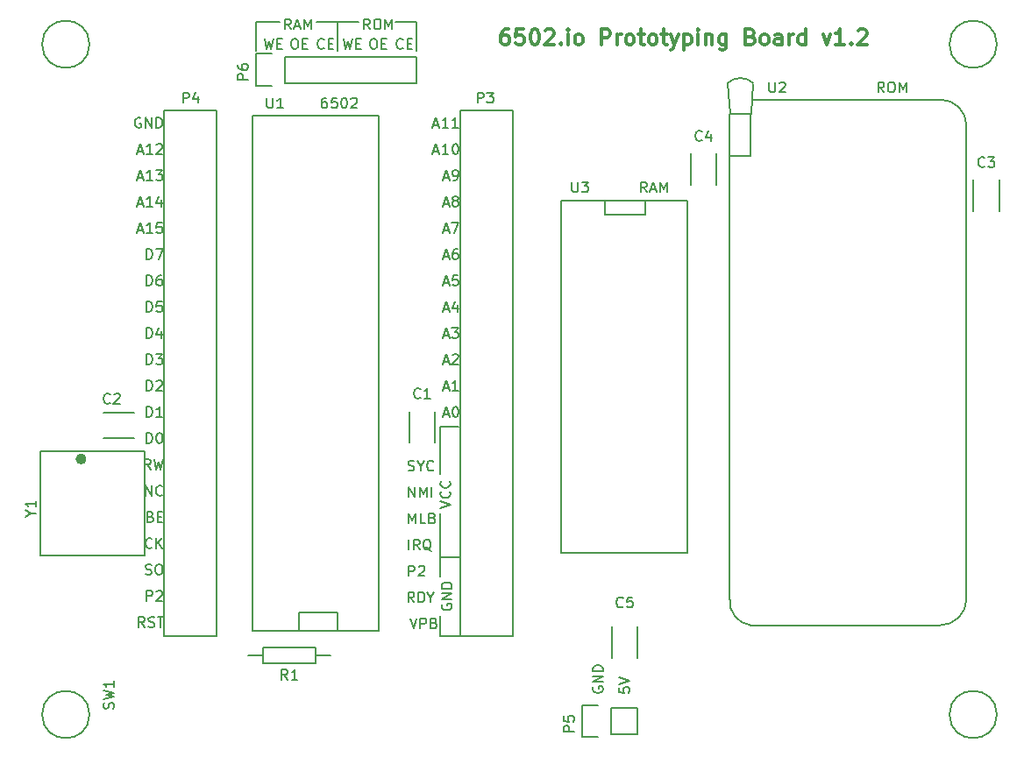
<source format=gto>
G04 #@! TF.FileFunction,Legend,Top*
%FSLAX46Y46*%
G04 Gerber Fmt 4.6, Leading zero omitted, Abs format (unit mm)*
G04 Created by KiCad (PCBNEW (2015-08-16 BZR 6097, Git b384c94)-product) date 11/3/2015 8:57:16 PM*
%MOMM*%
G01*
G04 APERTURE LIST*
%ADD10C,0.100000*%
%ADD11C,0.300000*%
%ADD12C,0.200000*%
%ADD13C,0.150000*%
G04 APERTURE END LIST*
D10*
D11*
X118290715Y-86808571D02*
X118005001Y-86808571D01*
X117862144Y-86880000D01*
X117790715Y-86951429D01*
X117647858Y-87165714D01*
X117576429Y-87451429D01*
X117576429Y-88022857D01*
X117647858Y-88165714D01*
X117719286Y-88237143D01*
X117862144Y-88308571D01*
X118147858Y-88308571D01*
X118290715Y-88237143D01*
X118362144Y-88165714D01*
X118433572Y-88022857D01*
X118433572Y-87665714D01*
X118362144Y-87522857D01*
X118290715Y-87451429D01*
X118147858Y-87380000D01*
X117862144Y-87380000D01*
X117719286Y-87451429D01*
X117647858Y-87522857D01*
X117576429Y-87665714D01*
X119790715Y-86808571D02*
X119076429Y-86808571D01*
X119005000Y-87522857D01*
X119076429Y-87451429D01*
X119219286Y-87380000D01*
X119576429Y-87380000D01*
X119719286Y-87451429D01*
X119790715Y-87522857D01*
X119862143Y-87665714D01*
X119862143Y-88022857D01*
X119790715Y-88165714D01*
X119719286Y-88237143D01*
X119576429Y-88308571D01*
X119219286Y-88308571D01*
X119076429Y-88237143D01*
X119005000Y-88165714D01*
X120790714Y-86808571D02*
X120933571Y-86808571D01*
X121076428Y-86880000D01*
X121147857Y-86951429D01*
X121219286Y-87094286D01*
X121290714Y-87380000D01*
X121290714Y-87737143D01*
X121219286Y-88022857D01*
X121147857Y-88165714D01*
X121076428Y-88237143D01*
X120933571Y-88308571D01*
X120790714Y-88308571D01*
X120647857Y-88237143D01*
X120576428Y-88165714D01*
X120505000Y-88022857D01*
X120433571Y-87737143D01*
X120433571Y-87380000D01*
X120505000Y-87094286D01*
X120576428Y-86951429D01*
X120647857Y-86880000D01*
X120790714Y-86808571D01*
X121862142Y-86951429D02*
X121933571Y-86880000D01*
X122076428Y-86808571D01*
X122433571Y-86808571D01*
X122576428Y-86880000D01*
X122647857Y-86951429D01*
X122719285Y-87094286D01*
X122719285Y-87237143D01*
X122647857Y-87451429D01*
X121790714Y-88308571D01*
X122719285Y-88308571D01*
X123362142Y-88165714D02*
X123433570Y-88237143D01*
X123362142Y-88308571D01*
X123290713Y-88237143D01*
X123362142Y-88165714D01*
X123362142Y-88308571D01*
X124076428Y-88308571D02*
X124076428Y-87308571D01*
X124076428Y-86808571D02*
X124004999Y-86880000D01*
X124076428Y-86951429D01*
X124147856Y-86880000D01*
X124076428Y-86808571D01*
X124076428Y-86951429D01*
X125005000Y-88308571D02*
X124862142Y-88237143D01*
X124790714Y-88165714D01*
X124719285Y-88022857D01*
X124719285Y-87594286D01*
X124790714Y-87451429D01*
X124862142Y-87380000D01*
X125005000Y-87308571D01*
X125219285Y-87308571D01*
X125362142Y-87380000D01*
X125433571Y-87451429D01*
X125505000Y-87594286D01*
X125505000Y-88022857D01*
X125433571Y-88165714D01*
X125362142Y-88237143D01*
X125219285Y-88308571D01*
X125005000Y-88308571D01*
X127290714Y-88308571D02*
X127290714Y-86808571D01*
X127862142Y-86808571D01*
X128005000Y-86880000D01*
X128076428Y-86951429D01*
X128147857Y-87094286D01*
X128147857Y-87308571D01*
X128076428Y-87451429D01*
X128005000Y-87522857D01*
X127862142Y-87594286D01*
X127290714Y-87594286D01*
X128790714Y-88308571D02*
X128790714Y-87308571D01*
X128790714Y-87594286D02*
X128862142Y-87451429D01*
X128933571Y-87380000D01*
X129076428Y-87308571D01*
X129219285Y-87308571D01*
X129933571Y-88308571D02*
X129790713Y-88237143D01*
X129719285Y-88165714D01*
X129647856Y-88022857D01*
X129647856Y-87594286D01*
X129719285Y-87451429D01*
X129790713Y-87380000D01*
X129933571Y-87308571D01*
X130147856Y-87308571D01*
X130290713Y-87380000D01*
X130362142Y-87451429D01*
X130433571Y-87594286D01*
X130433571Y-88022857D01*
X130362142Y-88165714D01*
X130290713Y-88237143D01*
X130147856Y-88308571D01*
X129933571Y-88308571D01*
X130862142Y-87308571D02*
X131433571Y-87308571D01*
X131076428Y-86808571D02*
X131076428Y-88094286D01*
X131147856Y-88237143D01*
X131290714Y-88308571D01*
X131433571Y-88308571D01*
X132147857Y-88308571D02*
X132004999Y-88237143D01*
X131933571Y-88165714D01*
X131862142Y-88022857D01*
X131862142Y-87594286D01*
X131933571Y-87451429D01*
X132004999Y-87380000D01*
X132147857Y-87308571D01*
X132362142Y-87308571D01*
X132504999Y-87380000D01*
X132576428Y-87451429D01*
X132647857Y-87594286D01*
X132647857Y-88022857D01*
X132576428Y-88165714D01*
X132504999Y-88237143D01*
X132362142Y-88308571D01*
X132147857Y-88308571D01*
X133076428Y-87308571D02*
X133647857Y-87308571D01*
X133290714Y-86808571D02*
X133290714Y-88094286D01*
X133362142Y-88237143D01*
X133505000Y-88308571D01*
X133647857Y-88308571D01*
X134005000Y-87308571D02*
X134362143Y-88308571D01*
X134719285Y-87308571D02*
X134362143Y-88308571D01*
X134219285Y-88665714D01*
X134147857Y-88737143D01*
X134005000Y-88808571D01*
X135290714Y-87308571D02*
X135290714Y-88808571D01*
X135290714Y-87380000D02*
X135433571Y-87308571D01*
X135719285Y-87308571D01*
X135862142Y-87380000D01*
X135933571Y-87451429D01*
X136005000Y-87594286D01*
X136005000Y-88022857D01*
X135933571Y-88165714D01*
X135862142Y-88237143D01*
X135719285Y-88308571D01*
X135433571Y-88308571D01*
X135290714Y-88237143D01*
X136647857Y-88308571D02*
X136647857Y-87308571D01*
X136647857Y-86808571D02*
X136576428Y-86880000D01*
X136647857Y-86951429D01*
X136719285Y-86880000D01*
X136647857Y-86808571D01*
X136647857Y-86951429D01*
X137362143Y-87308571D02*
X137362143Y-88308571D01*
X137362143Y-87451429D02*
X137433571Y-87380000D01*
X137576429Y-87308571D01*
X137790714Y-87308571D01*
X137933571Y-87380000D01*
X138005000Y-87522857D01*
X138005000Y-88308571D01*
X139362143Y-87308571D02*
X139362143Y-88522857D01*
X139290714Y-88665714D01*
X139219286Y-88737143D01*
X139076429Y-88808571D01*
X138862143Y-88808571D01*
X138719286Y-88737143D01*
X139362143Y-88237143D02*
X139219286Y-88308571D01*
X138933572Y-88308571D01*
X138790714Y-88237143D01*
X138719286Y-88165714D01*
X138647857Y-88022857D01*
X138647857Y-87594286D01*
X138719286Y-87451429D01*
X138790714Y-87380000D01*
X138933572Y-87308571D01*
X139219286Y-87308571D01*
X139362143Y-87380000D01*
X141719286Y-87522857D02*
X141933572Y-87594286D01*
X142005000Y-87665714D01*
X142076429Y-87808571D01*
X142076429Y-88022857D01*
X142005000Y-88165714D01*
X141933572Y-88237143D01*
X141790714Y-88308571D01*
X141219286Y-88308571D01*
X141219286Y-86808571D01*
X141719286Y-86808571D01*
X141862143Y-86880000D01*
X141933572Y-86951429D01*
X142005000Y-87094286D01*
X142005000Y-87237143D01*
X141933572Y-87380000D01*
X141862143Y-87451429D01*
X141719286Y-87522857D01*
X141219286Y-87522857D01*
X142933572Y-88308571D02*
X142790714Y-88237143D01*
X142719286Y-88165714D01*
X142647857Y-88022857D01*
X142647857Y-87594286D01*
X142719286Y-87451429D01*
X142790714Y-87380000D01*
X142933572Y-87308571D01*
X143147857Y-87308571D01*
X143290714Y-87380000D01*
X143362143Y-87451429D01*
X143433572Y-87594286D01*
X143433572Y-88022857D01*
X143362143Y-88165714D01*
X143290714Y-88237143D01*
X143147857Y-88308571D01*
X142933572Y-88308571D01*
X144719286Y-88308571D02*
X144719286Y-87522857D01*
X144647857Y-87380000D01*
X144505000Y-87308571D01*
X144219286Y-87308571D01*
X144076429Y-87380000D01*
X144719286Y-88237143D02*
X144576429Y-88308571D01*
X144219286Y-88308571D01*
X144076429Y-88237143D01*
X144005000Y-88094286D01*
X144005000Y-87951429D01*
X144076429Y-87808571D01*
X144219286Y-87737143D01*
X144576429Y-87737143D01*
X144719286Y-87665714D01*
X145433572Y-88308571D02*
X145433572Y-87308571D01*
X145433572Y-87594286D02*
X145505000Y-87451429D01*
X145576429Y-87380000D01*
X145719286Y-87308571D01*
X145862143Y-87308571D01*
X147005000Y-88308571D02*
X147005000Y-86808571D01*
X147005000Y-88237143D02*
X146862143Y-88308571D01*
X146576429Y-88308571D01*
X146433571Y-88237143D01*
X146362143Y-88165714D01*
X146290714Y-88022857D01*
X146290714Y-87594286D01*
X146362143Y-87451429D01*
X146433571Y-87380000D01*
X146576429Y-87308571D01*
X146862143Y-87308571D01*
X147005000Y-87380000D01*
X148719286Y-87308571D02*
X149076429Y-88308571D01*
X149433571Y-87308571D01*
X150790714Y-88308571D02*
X149933571Y-88308571D01*
X150362143Y-88308571D02*
X150362143Y-86808571D01*
X150219286Y-87022857D01*
X150076428Y-87165714D01*
X149933571Y-87237143D01*
X151433571Y-88165714D02*
X151504999Y-88237143D01*
X151433571Y-88308571D01*
X151362142Y-88237143D01*
X151433571Y-88165714D01*
X151433571Y-88308571D01*
X152076428Y-86951429D02*
X152147857Y-86880000D01*
X152290714Y-86808571D01*
X152647857Y-86808571D01*
X152790714Y-86880000D01*
X152862143Y-86951429D01*
X152933571Y-87094286D01*
X152933571Y-87237143D01*
X152862143Y-87451429D01*
X152005000Y-88308571D01*
X152933571Y-88308571D01*
D12*
X111760000Y-125222000D02*
X113538000Y-125222000D01*
X111760000Y-129794000D02*
X111760000Y-125222000D01*
X111760000Y-137922000D02*
X111760000Y-133604000D01*
X93980000Y-86106000D02*
X96266000Y-86106000D01*
X93980000Y-88900000D02*
X93980000Y-86106000D01*
X101854000Y-86106000D02*
X99822000Y-86106000D01*
X101854000Y-86106000D02*
X103886000Y-86106000D01*
X101854000Y-88900000D02*
X101854000Y-86106000D01*
X109474000Y-86106000D02*
X107442000Y-86106000D01*
X109474000Y-88900000D02*
X109474000Y-86106000D01*
D13*
X104949524Y-86812381D02*
X104616190Y-86336190D01*
X104378095Y-86812381D02*
X104378095Y-85812381D01*
X104759048Y-85812381D01*
X104854286Y-85860000D01*
X104901905Y-85907619D01*
X104949524Y-86002857D01*
X104949524Y-86145714D01*
X104901905Y-86240952D01*
X104854286Y-86288571D01*
X104759048Y-86336190D01*
X104378095Y-86336190D01*
X105568571Y-85812381D02*
X105759048Y-85812381D01*
X105854286Y-85860000D01*
X105949524Y-85955238D01*
X105997143Y-86145714D01*
X105997143Y-86479048D01*
X105949524Y-86669524D01*
X105854286Y-86764762D01*
X105759048Y-86812381D01*
X105568571Y-86812381D01*
X105473333Y-86764762D01*
X105378095Y-86669524D01*
X105330476Y-86479048D01*
X105330476Y-86145714D01*
X105378095Y-85955238D01*
X105473333Y-85860000D01*
X105568571Y-85812381D01*
X106425714Y-86812381D02*
X106425714Y-85812381D01*
X106759048Y-86526667D01*
X107092381Y-85812381D01*
X107092381Y-86812381D01*
X97329524Y-86812381D02*
X96996190Y-86336190D01*
X96758095Y-86812381D02*
X96758095Y-85812381D01*
X97139048Y-85812381D01*
X97234286Y-85860000D01*
X97281905Y-85907619D01*
X97329524Y-86002857D01*
X97329524Y-86145714D01*
X97281905Y-86240952D01*
X97234286Y-86288571D01*
X97139048Y-86336190D01*
X96758095Y-86336190D01*
X97710476Y-86526667D02*
X98186667Y-86526667D01*
X97615238Y-86812381D02*
X97948571Y-85812381D01*
X98281905Y-86812381D01*
X98615238Y-86812381D02*
X98615238Y-85812381D01*
X98948572Y-86526667D01*
X99281905Y-85812381D01*
X99281905Y-86812381D01*
X108124524Y-88622143D02*
X108076905Y-88669762D01*
X107934048Y-88717381D01*
X107838810Y-88717381D01*
X107695952Y-88669762D01*
X107600714Y-88574524D01*
X107553095Y-88479286D01*
X107505476Y-88288810D01*
X107505476Y-88145952D01*
X107553095Y-87955476D01*
X107600714Y-87860238D01*
X107695952Y-87765000D01*
X107838810Y-87717381D01*
X107934048Y-87717381D01*
X108076905Y-87765000D01*
X108124524Y-87812619D01*
X108553095Y-88193571D02*
X108886429Y-88193571D01*
X109029286Y-88717381D02*
X108553095Y-88717381D01*
X108553095Y-87717381D01*
X109029286Y-87717381D01*
X105203571Y-87717381D02*
X105394048Y-87717381D01*
X105489286Y-87765000D01*
X105584524Y-87860238D01*
X105632143Y-88050714D01*
X105632143Y-88384048D01*
X105584524Y-88574524D01*
X105489286Y-88669762D01*
X105394048Y-88717381D01*
X105203571Y-88717381D01*
X105108333Y-88669762D01*
X105013095Y-88574524D01*
X104965476Y-88384048D01*
X104965476Y-88050714D01*
X105013095Y-87860238D01*
X105108333Y-87765000D01*
X105203571Y-87717381D01*
X106060714Y-88193571D02*
X106394048Y-88193571D01*
X106536905Y-88717381D02*
X106060714Y-88717381D01*
X106060714Y-87717381D01*
X106536905Y-87717381D01*
X102377857Y-87717381D02*
X102615952Y-88717381D01*
X102806429Y-88003095D01*
X102996905Y-88717381D01*
X103235000Y-87717381D01*
X103615952Y-88193571D02*
X103949286Y-88193571D01*
X104092143Y-88717381D02*
X103615952Y-88717381D01*
X103615952Y-87717381D01*
X104092143Y-87717381D01*
X100504524Y-88622143D02*
X100456905Y-88669762D01*
X100314048Y-88717381D01*
X100218810Y-88717381D01*
X100075952Y-88669762D01*
X99980714Y-88574524D01*
X99933095Y-88479286D01*
X99885476Y-88288810D01*
X99885476Y-88145952D01*
X99933095Y-87955476D01*
X99980714Y-87860238D01*
X100075952Y-87765000D01*
X100218810Y-87717381D01*
X100314048Y-87717381D01*
X100456905Y-87765000D01*
X100504524Y-87812619D01*
X100933095Y-88193571D02*
X101266429Y-88193571D01*
X101409286Y-88717381D02*
X100933095Y-88717381D01*
X100933095Y-87717381D01*
X101409286Y-87717381D01*
X97583571Y-87717381D02*
X97774048Y-87717381D01*
X97869286Y-87765000D01*
X97964524Y-87860238D01*
X98012143Y-88050714D01*
X98012143Y-88384048D01*
X97964524Y-88574524D01*
X97869286Y-88669762D01*
X97774048Y-88717381D01*
X97583571Y-88717381D01*
X97488333Y-88669762D01*
X97393095Y-88574524D01*
X97345476Y-88384048D01*
X97345476Y-88050714D01*
X97393095Y-87860238D01*
X97488333Y-87765000D01*
X97583571Y-87717381D01*
X98440714Y-88193571D02*
X98774048Y-88193571D01*
X98916905Y-88717381D02*
X98440714Y-88717381D01*
X98440714Y-87717381D01*
X98916905Y-87717381D01*
X94757857Y-87717381D02*
X94995952Y-88717381D01*
X95186429Y-88003095D01*
X95376905Y-88717381D01*
X95615000Y-87717381D01*
X95995952Y-88193571D02*
X96329286Y-88193571D01*
X96472143Y-88717381D02*
X95995952Y-88717381D01*
X95995952Y-87717381D01*
X96472143Y-87717381D01*
D12*
X111760000Y-145415000D02*
X111760000Y-143510000D01*
X113665000Y-145415000D02*
X111760000Y-145415000D01*
X111760000Y-137795000D02*
X111760000Y-139700000D01*
X113665000Y-137795000D02*
X111760000Y-137795000D01*
D13*
X111895000Y-142366904D02*
X111847381Y-142462142D01*
X111847381Y-142604999D01*
X111895000Y-142747857D01*
X111990238Y-142843095D01*
X112085476Y-142890714D01*
X112275952Y-142938333D01*
X112418810Y-142938333D01*
X112609286Y-142890714D01*
X112704524Y-142843095D01*
X112799762Y-142747857D01*
X112847381Y-142604999D01*
X112847381Y-142509761D01*
X112799762Y-142366904D01*
X112752143Y-142319285D01*
X112418810Y-142319285D01*
X112418810Y-142509761D01*
X112847381Y-141890714D02*
X111847381Y-141890714D01*
X112847381Y-141319285D01*
X111847381Y-141319285D01*
X112847381Y-140843095D02*
X111847381Y-140843095D01*
X111847381Y-140605000D01*
X111895000Y-140462142D01*
X111990238Y-140366904D01*
X112085476Y-140319285D01*
X112275952Y-140271666D01*
X112418810Y-140271666D01*
X112609286Y-140319285D01*
X112704524Y-140366904D01*
X112799762Y-140462142D01*
X112847381Y-140605000D01*
X112847381Y-140843095D01*
X111720381Y-133063905D02*
X112720381Y-132730572D01*
X111720381Y-132397238D01*
X112625143Y-131492476D02*
X112672762Y-131540095D01*
X112720381Y-131682952D01*
X112720381Y-131778190D01*
X112672762Y-131921048D01*
X112577524Y-132016286D01*
X112482286Y-132063905D01*
X112291810Y-132111524D01*
X112148952Y-132111524D01*
X111958476Y-132063905D01*
X111863238Y-132016286D01*
X111768000Y-131921048D01*
X111720381Y-131778190D01*
X111720381Y-131682952D01*
X111768000Y-131540095D01*
X111815619Y-131492476D01*
X112625143Y-130492476D02*
X112672762Y-130540095D01*
X112720381Y-130682952D01*
X112720381Y-130778190D01*
X112672762Y-130921048D01*
X112577524Y-131016286D01*
X112482286Y-131063905D01*
X112291810Y-131111524D01*
X112148952Y-131111524D01*
X111958476Y-131063905D01*
X111863238Y-131016286D01*
X111768000Y-130921048D01*
X111720381Y-130778190D01*
X111720381Y-130682952D01*
X111768000Y-130540095D01*
X111815619Y-130492476D01*
X108807238Y-143724381D02*
X109140571Y-144724381D01*
X109473905Y-143724381D01*
X109807238Y-144724381D02*
X109807238Y-143724381D01*
X110188191Y-143724381D01*
X110283429Y-143772000D01*
X110331048Y-143819619D01*
X110378667Y-143914857D01*
X110378667Y-144057714D01*
X110331048Y-144152952D01*
X110283429Y-144200571D01*
X110188191Y-144248190D01*
X109807238Y-144248190D01*
X111140572Y-144200571D02*
X111283429Y-144248190D01*
X111331048Y-144295810D01*
X111378667Y-144391048D01*
X111378667Y-144533905D01*
X111331048Y-144629143D01*
X111283429Y-144676762D01*
X111188191Y-144724381D01*
X110807238Y-144724381D01*
X110807238Y-143724381D01*
X111140572Y-143724381D01*
X111235810Y-143772000D01*
X111283429Y-143819619D01*
X111331048Y-143914857D01*
X111331048Y-144010095D01*
X111283429Y-144105333D01*
X111235810Y-144152952D01*
X111140572Y-144200571D01*
X110807238Y-144200571D01*
X109204381Y-142184381D02*
X108871047Y-141708190D01*
X108632952Y-142184381D02*
X108632952Y-141184381D01*
X109013905Y-141184381D01*
X109109143Y-141232000D01*
X109156762Y-141279619D01*
X109204381Y-141374857D01*
X109204381Y-141517714D01*
X109156762Y-141612952D01*
X109109143Y-141660571D01*
X109013905Y-141708190D01*
X108632952Y-141708190D01*
X109632952Y-142184381D02*
X109632952Y-141184381D01*
X109871047Y-141184381D01*
X110013905Y-141232000D01*
X110109143Y-141327238D01*
X110156762Y-141422476D01*
X110204381Y-141612952D01*
X110204381Y-141755810D01*
X110156762Y-141946286D01*
X110109143Y-142041524D01*
X110013905Y-142136762D01*
X109871047Y-142184381D01*
X109632952Y-142184381D01*
X110823428Y-141708190D02*
X110823428Y-142184381D01*
X110490095Y-141184381D02*
X110823428Y-141708190D01*
X111156762Y-141184381D01*
X108696095Y-139644381D02*
X108696095Y-138644381D01*
X109077048Y-138644381D01*
X109172286Y-138692000D01*
X109219905Y-138739619D01*
X109267524Y-138834857D01*
X109267524Y-138977714D01*
X109219905Y-139072952D01*
X109172286Y-139120571D01*
X109077048Y-139168190D01*
X108696095Y-139168190D01*
X109648476Y-138739619D02*
X109696095Y-138692000D01*
X109791333Y-138644381D01*
X110029429Y-138644381D01*
X110124667Y-138692000D01*
X110172286Y-138739619D01*
X110219905Y-138834857D01*
X110219905Y-138930095D01*
X110172286Y-139072952D01*
X109600857Y-139644381D01*
X110219905Y-139644381D01*
X108696095Y-137104381D02*
X108696095Y-136104381D01*
X109743714Y-137104381D02*
X109410380Y-136628190D01*
X109172285Y-137104381D02*
X109172285Y-136104381D01*
X109553238Y-136104381D01*
X109648476Y-136152000D01*
X109696095Y-136199619D01*
X109743714Y-136294857D01*
X109743714Y-136437714D01*
X109696095Y-136532952D01*
X109648476Y-136580571D01*
X109553238Y-136628190D01*
X109172285Y-136628190D01*
X110838952Y-137199619D02*
X110743714Y-137152000D01*
X110648476Y-137056762D01*
X110505619Y-136913905D01*
X110410380Y-136866286D01*
X110315142Y-136866286D01*
X110362761Y-137104381D02*
X110267523Y-137056762D01*
X110172285Y-136961524D01*
X110124666Y-136771048D01*
X110124666Y-136437714D01*
X110172285Y-136247238D01*
X110267523Y-136152000D01*
X110362761Y-136104381D01*
X110553238Y-136104381D01*
X110648476Y-136152000D01*
X110743714Y-136247238D01*
X110791333Y-136437714D01*
X110791333Y-136771048D01*
X110743714Y-136961524D01*
X110648476Y-137056762D01*
X110553238Y-137104381D01*
X110362761Y-137104381D01*
X108696095Y-134564381D02*
X108696095Y-133564381D01*
X109029429Y-134278667D01*
X109362762Y-133564381D01*
X109362762Y-134564381D01*
X110315143Y-134564381D02*
X109838952Y-134564381D01*
X109838952Y-133564381D01*
X110981810Y-134040571D02*
X111124667Y-134088190D01*
X111172286Y-134135810D01*
X111219905Y-134231048D01*
X111219905Y-134373905D01*
X111172286Y-134469143D01*
X111124667Y-134516762D01*
X111029429Y-134564381D01*
X110648476Y-134564381D01*
X110648476Y-133564381D01*
X110981810Y-133564381D01*
X111077048Y-133612000D01*
X111124667Y-133659619D01*
X111172286Y-133754857D01*
X111172286Y-133850095D01*
X111124667Y-133945333D01*
X111077048Y-133992952D01*
X110981810Y-134040571D01*
X110648476Y-134040571D01*
X108696095Y-132024381D02*
X108696095Y-131024381D01*
X109267524Y-132024381D01*
X109267524Y-131024381D01*
X109743714Y-132024381D02*
X109743714Y-131024381D01*
X110077048Y-131738667D01*
X110410381Y-131024381D01*
X110410381Y-132024381D01*
X110886571Y-132024381D02*
X110886571Y-131024381D01*
X108648476Y-129436762D02*
X108791333Y-129484381D01*
X109029429Y-129484381D01*
X109124667Y-129436762D01*
X109172286Y-129389143D01*
X109219905Y-129293905D01*
X109219905Y-129198667D01*
X109172286Y-129103429D01*
X109124667Y-129055810D01*
X109029429Y-129008190D01*
X108838952Y-128960571D01*
X108743714Y-128912952D01*
X108696095Y-128865333D01*
X108648476Y-128770095D01*
X108648476Y-128674857D01*
X108696095Y-128579619D01*
X108743714Y-128532000D01*
X108838952Y-128484381D01*
X109077048Y-128484381D01*
X109219905Y-128532000D01*
X109838952Y-129008190D02*
X109838952Y-129484381D01*
X109505619Y-128484381D02*
X109838952Y-129008190D01*
X110172286Y-128484381D01*
X111077048Y-129389143D02*
X111029429Y-129436762D01*
X110886572Y-129484381D01*
X110791334Y-129484381D01*
X110648476Y-129436762D01*
X110553238Y-129341524D01*
X110505619Y-129246286D01*
X110458000Y-129055810D01*
X110458000Y-128912952D01*
X110505619Y-128722476D01*
X110553238Y-128627238D01*
X110648476Y-128532000D01*
X110791334Y-128484381D01*
X110886572Y-128484381D01*
X111029429Y-128532000D01*
X111077048Y-128579619D01*
X112045952Y-123991667D02*
X112522143Y-123991667D01*
X111950714Y-124277381D02*
X112284047Y-123277381D01*
X112617381Y-124277381D01*
X113141190Y-123277381D02*
X113236429Y-123277381D01*
X113331667Y-123325000D01*
X113379286Y-123372619D01*
X113426905Y-123467857D01*
X113474524Y-123658333D01*
X113474524Y-123896429D01*
X113426905Y-124086905D01*
X113379286Y-124182143D01*
X113331667Y-124229762D01*
X113236429Y-124277381D01*
X113141190Y-124277381D01*
X113045952Y-124229762D01*
X112998333Y-124182143D01*
X112950714Y-124086905D01*
X112903095Y-123896429D01*
X112903095Y-123658333D01*
X112950714Y-123467857D01*
X112998333Y-123372619D01*
X113045952Y-123325000D01*
X113141190Y-123277381D01*
X112045952Y-121451667D02*
X112522143Y-121451667D01*
X111950714Y-121737381D02*
X112284047Y-120737381D01*
X112617381Y-121737381D01*
X113474524Y-121737381D02*
X112903095Y-121737381D01*
X113188809Y-121737381D02*
X113188809Y-120737381D01*
X113093571Y-120880238D01*
X112998333Y-120975476D01*
X112903095Y-121023095D01*
X112045952Y-118911667D02*
X112522143Y-118911667D01*
X111950714Y-119197381D02*
X112284047Y-118197381D01*
X112617381Y-119197381D01*
X112903095Y-118292619D02*
X112950714Y-118245000D01*
X113045952Y-118197381D01*
X113284048Y-118197381D01*
X113379286Y-118245000D01*
X113426905Y-118292619D01*
X113474524Y-118387857D01*
X113474524Y-118483095D01*
X113426905Y-118625952D01*
X112855476Y-119197381D01*
X113474524Y-119197381D01*
X112045952Y-116371667D02*
X112522143Y-116371667D01*
X111950714Y-116657381D02*
X112284047Y-115657381D01*
X112617381Y-116657381D01*
X112855476Y-115657381D02*
X113474524Y-115657381D01*
X113141190Y-116038333D01*
X113284048Y-116038333D01*
X113379286Y-116085952D01*
X113426905Y-116133571D01*
X113474524Y-116228810D01*
X113474524Y-116466905D01*
X113426905Y-116562143D01*
X113379286Y-116609762D01*
X113284048Y-116657381D01*
X112998333Y-116657381D01*
X112903095Y-116609762D01*
X112855476Y-116562143D01*
X112045952Y-113831667D02*
X112522143Y-113831667D01*
X111950714Y-114117381D02*
X112284047Y-113117381D01*
X112617381Y-114117381D01*
X113379286Y-113450714D02*
X113379286Y-114117381D01*
X113141190Y-113069762D02*
X112903095Y-113784048D01*
X113522143Y-113784048D01*
X112045952Y-111291667D02*
X112522143Y-111291667D01*
X111950714Y-111577381D02*
X112284047Y-110577381D01*
X112617381Y-111577381D01*
X113426905Y-110577381D02*
X112950714Y-110577381D01*
X112903095Y-111053571D01*
X112950714Y-111005952D01*
X113045952Y-110958333D01*
X113284048Y-110958333D01*
X113379286Y-111005952D01*
X113426905Y-111053571D01*
X113474524Y-111148810D01*
X113474524Y-111386905D01*
X113426905Y-111482143D01*
X113379286Y-111529762D01*
X113284048Y-111577381D01*
X113045952Y-111577381D01*
X112950714Y-111529762D01*
X112903095Y-111482143D01*
X112045952Y-108751667D02*
X112522143Y-108751667D01*
X111950714Y-109037381D02*
X112284047Y-108037381D01*
X112617381Y-109037381D01*
X113379286Y-108037381D02*
X113188809Y-108037381D01*
X113093571Y-108085000D01*
X113045952Y-108132619D01*
X112950714Y-108275476D01*
X112903095Y-108465952D01*
X112903095Y-108846905D01*
X112950714Y-108942143D01*
X112998333Y-108989762D01*
X113093571Y-109037381D01*
X113284048Y-109037381D01*
X113379286Y-108989762D01*
X113426905Y-108942143D01*
X113474524Y-108846905D01*
X113474524Y-108608810D01*
X113426905Y-108513571D01*
X113379286Y-108465952D01*
X113284048Y-108418333D01*
X113093571Y-108418333D01*
X112998333Y-108465952D01*
X112950714Y-108513571D01*
X112903095Y-108608810D01*
X112045952Y-106211667D02*
X112522143Y-106211667D01*
X111950714Y-106497381D02*
X112284047Y-105497381D01*
X112617381Y-106497381D01*
X112855476Y-105497381D02*
X113522143Y-105497381D01*
X113093571Y-106497381D01*
X112045952Y-103671667D02*
X112522143Y-103671667D01*
X111950714Y-103957381D02*
X112284047Y-102957381D01*
X112617381Y-103957381D01*
X113093571Y-103385952D02*
X112998333Y-103338333D01*
X112950714Y-103290714D01*
X112903095Y-103195476D01*
X112903095Y-103147857D01*
X112950714Y-103052619D01*
X112998333Y-103005000D01*
X113093571Y-102957381D01*
X113284048Y-102957381D01*
X113379286Y-103005000D01*
X113426905Y-103052619D01*
X113474524Y-103147857D01*
X113474524Y-103195476D01*
X113426905Y-103290714D01*
X113379286Y-103338333D01*
X113284048Y-103385952D01*
X113093571Y-103385952D01*
X112998333Y-103433571D01*
X112950714Y-103481190D01*
X112903095Y-103576429D01*
X112903095Y-103766905D01*
X112950714Y-103862143D01*
X112998333Y-103909762D01*
X113093571Y-103957381D01*
X113284048Y-103957381D01*
X113379286Y-103909762D01*
X113426905Y-103862143D01*
X113474524Y-103766905D01*
X113474524Y-103576429D01*
X113426905Y-103481190D01*
X113379286Y-103433571D01*
X113284048Y-103385952D01*
X112045952Y-101131667D02*
X112522143Y-101131667D01*
X111950714Y-101417381D02*
X112284047Y-100417381D01*
X112617381Y-101417381D01*
X112998333Y-101417381D02*
X113188809Y-101417381D01*
X113284048Y-101369762D01*
X113331667Y-101322143D01*
X113426905Y-101179286D01*
X113474524Y-100988810D01*
X113474524Y-100607857D01*
X113426905Y-100512619D01*
X113379286Y-100465000D01*
X113284048Y-100417381D01*
X113093571Y-100417381D01*
X112998333Y-100465000D01*
X112950714Y-100512619D01*
X112903095Y-100607857D01*
X112903095Y-100845952D01*
X112950714Y-100941190D01*
X112998333Y-100988810D01*
X113093571Y-101036429D01*
X113284048Y-101036429D01*
X113379286Y-100988810D01*
X113426905Y-100941190D01*
X113474524Y-100845952D01*
X111093571Y-98591667D02*
X111569762Y-98591667D01*
X110998333Y-98877381D02*
X111331666Y-97877381D01*
X111665000Y-98877381D01*
X112522143Y-98877381D02*
X111950714Y-98877381D01*
X112236428Y-98877381D02*
X112236428Y-97877381D01*
X112141190Y-98020238D01*
X112045952Y-98115476D01*
X111950714Y-98163095D01*
X113141190Y-97877381D02*
X113236429Y-97877381D01*
X113331667Y-97925000D01*
X113379286Y-97972619D01*
X113426905Y-98067857D01*
X113474524Y-98258333D01*
X113474524Y-98496429D01*
X113426905Y-98686905D01*
X113379286Y-98782143D01*
X113331667Y-98829762D01*
X113236429Y-98877381D01*
X113141190Y-98877381D01*
X113045952Y-98829762D01*
X112998333Y-98782143D01*
X112950714Y-98686905D01*
X112903095Y-98496429D01*
X112903095Y-98258333D01*
X112950714Y-98067857D01*
X112998333Y-97972619D01*
X113045952Y-97925000D01*
X113141190Y-97877381D01*
X111093571Y-96051667D02*
X111569762Y-96051667D01*
X110998333Y-96337381D02*
X111331666Y-95337381D01*
X111665000Y-96337381D01*
X112522143Y-96337381D02*
X111950714Y-96337381D01*
X112236428Y-96337381D02*
X112236428Y-95337381D01*
X112141190Y-95480238D01*
X112045952Y-95575476D01*
X111950714Y-95623095D01*
X113474524Y-96337381D02*
X112903095Y-96337381D01*
X113188809Y-96337381D02*
X113188809Y-95337381D01*
X113093571Y-95480238D01*
X112998333Y-95575476D01*
X112903095Y-95623095D01*
X154591048Y-92908381D02*
X154257714Y-92432190D01*
X154019619Y-92908381D02*
X154019619Y-91908381D01*
X154400572Y-91908381D01*
X154495810Y-91956000D01*
X154543429Y-92003619D01*
X154591048Y-92098857D01*
X154591048Y-92241714D01*
X154543429Y-92336952D01*
X154495810Y-92384571D01*
X154400572Y-92432190D01*
X154019619Y-92432190D01*
X155210095Y-91908381D02*
X155400572Y-91908381D01*
X155495810Y-91956000D01*
X155591048Y-92051238D01*
X155638667Y-92241714D01*
X155638667Y-92575048D01*
X155591048Y-92765524D01*
X155495810Y-92860762D01*
X155400572Y-92908381D01*
X155210095Y-92908381D01*
X155114857Y-92860762D01*
X155019619Y-92765524D01*
X154972000Y-92575048D01*
X154972000Y-92241714D01*
X155019619Y-92051238D01*
X155114857Y-91956000D01*
X155210095Y-91908381D01*
X156067238Y-92908381D02*
X156067238Y-91908381D01*
X156400572Y-92622667D01*
X156733905Y-91908381D01*
X156733905Y-92908381D01*
X131667524Y-102560381D02*
X131334190Y-102084190D01*
X131096095Y-102560381D02*
X131096095Y-101560381D01*
X131477048Y-101560381D01*
X131572286Y-101608000D01*
X131619905Y-101655619D01*
X131667524Y-101750857D01*
X131667524Y-101893714D01*
X131619905Y-101988952D01*
X131572286Y-102036571D01*
X131477048Y-102084190D01*
X131096095Y-102084190D01*
X132048476Y-102274667D02*
X132524667Y-102274667D01*
X131953238Y-102560381D02*
X132286571Y-101560381D01*
X132619905Y-102560381D01*
X132953238Y-102560381D02*
X132953238Y-101560381D01*
X133286572Y-102274667D01*
X133619905Y-101560381D01*
X133619905Y-102560381D01*
X100743143Y-93432381D02*
X100552666Y-93432381D01*
X100457428Y-93480000D01*
X100409809Y-93527619D01*
X100314571Y-93670476D01*
X100266952Y-93860952D01*
X100266952Y-94241905D01*
X100314571Y-94337143D01*
X100362190Y-94384762D01*
X100457428Y-94432381D01*
X100647905Y-94432381D01*
X100743143Y-94384762D01*
X100790762Y-94337143D01*
X100838381Y-94241905D01*
X100838381Y-94003810D01*
X100790762Y-93908571D01*
X100743143Y-93860952D01*
X100647905Y-93813333D01*
X100457428Y-93813333D01*
X100362190Y-93860952D01*
X100314571Y-93908571D01*
X100266952Y-94003810D01*
X101743143Y-93432381D02*
X101266952Y-93432381D01*
X101219333Y-93908571D01*
X101266952Y-93860952D01*
X101362190Y-93813333D01*
X101600286Y-93813333D01*
X101695524Y-93860952D01*
X101743143Y-93908571D01*
X101790762Y-94003810D01*
X101790762Y-94241905D01*
X101743143Y-94337143D01*
X101695524Y-94384762D01*
X101600286Y-94432381D01*
X101362190Y-94432381D01*
X101266952Y-94384762D01*
X101219333Y-94337143D01*
X102409809Y-93432381D02*
X102505048Y-93432381D01*
X102600286Y-93480000D01*
X102647905Y-93527619D01*
X102695524Y-93622857D01*
X102743143Y-93813333D01*
X102743143Y-94051429D01*
X102695524Y-94241905D01*
X102647905Y-94337143D01*
X102600286Y-94384762D01*
X102505048Y-94432381D01*
X102409809Y-94432381D01*
X102314571Y-94384762D01*
X102266952Y-94337143D01*
X102219333Y-94241905D01*
X102171714Y-94051429D01*
X102171714Y-93813333D01*
X102219333Y-93622857D01*
X102266952Y-93527619D01*
X102314571Y-93480000D01*
X102409809Y-93432381D01*
X103124095Y-93527619D02*
X103171714Y-93480000D01*
X103266952Y-93432381D01*
X103505048Y-93432381D01*
X103600286Y-93480000D01*
X103647905Y-93527619D01*
X103695524Y-93622857D01*
X103695524Y-93718095D01*
X103647905Y-93860952D01*
X103076476Y-94432381D01*
X103695524Y-94432381D01*
X83185238Y-144597381D02*
X82851904Y-144121190D01*
X82613809Y-144597381D02*
X82613809Y-143597381D01*
X82994762Y-143597381D01*
X83090000Y-143645000D01*
X83137619Y-143692619D01*
X83185238Y-143787857D01*
X83185238Y-143930714D01*
X83137619Y-144025952D01*
X83090000Y-144073571D01*
X82994762Y-144121190D01*
X82613809Y-144121190D01*
X83566190Y-144549762D02*
X83709047Y-144597381D01*
X83947143Y-144597381D01*
X84042381Y-144549762D01*
X84090000Y-144502143D01*
X84137619Y-144406905D01*
X84137619Y-144311667D01*
X84090000Y-144216429D01*
X84042381Y-144168810D01*
X83947143Y-144121190D01*
X83756666Y-144073571D01*
X83661428Y-144025952D01*
X83613809Y-143978333D01*
X83566190Y-143883095D01*
X83566190Y-143787857D01*
X83613809Y-143692619D01*
X83661428Y-143645000D01*
X83756666Y-143597381D01*
X83994762Y-143597381D01*
X84137619Y-143645000D01*
X84423333Y-143597381D02*
X84994762Y-143597381D01*
X84709047Y-144597381D02*
X84709047Y-143597381D01*
X83375714Y-142057381D02*
X83375714Y-141057381D01*
X83756667Y-141057381D01*
X83851905Y-141105000D01*
X83899524Y-141152619D01*
X83947143Y-141247857D01*
X83947143Y-141390714D01*
X83899524Y-141485952D01*
X83851905Y-141533571D01*
X83756667Y-141581190D01*
X83375714Y-141581190D01*
X84328095Y-141152619D02*
X84375714Y-141105000D01*
X84470952Y-141057381D01*
X84709048Y-141057381D01*
X84804286Y-141105000D01*
X84851905Y-141152619D01*
X84899524Y-141247857D01*
X84899524Y-141343095D01*
X84851905Y-141485952D01*
X84280476Y-142057381D01*
X84899524Y-142057381D01*
X83280476Y-139469762D02*
X83423333Y-139517381D01*
X83661429Y-139517381D01*
X83756667Y-139469762D01*
X83804286Y-139422143D01*
X83851905Y-139326905D01*
X83851905Y-139231667D01*
X83804286Y-139136429D01*
X83756667Y-139088810D01*
X83661429Y-139041190D01*
X83470952Y-138993571D01*
X83375714Y-138945952D01*
X83328095Y-138898333D01*
X83280476Y-138803095D01*
X83280476Y-138707857D01*
X83328095Y-138612619D01*
X83375714Y-138565000D01*
X83470952Y-138517381D01*
X83709048Y-138517381D01*
X83851905Y-138565000D01*
X84470952Y-138517381D02*
X84661429Y-138517381D01*
X84756667Y-138565000D01*
X84851905Y-138660238D01*
X84899524Y-138850714D01*
X84899524Y-139184048D01*
X84851905Y-139374524D01*
X84756667Y-139469762D01*
X84661429Y-139517381D01*
X84470952Y-139517381D01*
X84375714Y-139469762D01*
X84280476Y-139374524D01*
X84232857Y-139184048D01*
X84232857Y-138850714D01*
X84280476Y-138660238D01*
X84375714Y-138565000D01*
X84470952Y-138517381D01*
X83899524Y-136882143D02*
X83851905Y-136929762D01*
X83709048Y-136977381D01*
X83613810Y-136977381D01*
X83470952Y-136929762D01*
X83375714Y-136834524D01*
X83328095Y-136739286D01*
X83280476Y-136548810D01*
X83280476Y-136405952D01*
X83328095Y-136215476D01*
X83375714Y-136120238D01*
X83470952Y-136025000D01*
X83613810Y-135977381D01*
X83709048Y-135977381D01*
X83851905Y-136025000D01*
X83899524Y-136072619D01*
X84328095Y-136977381D02*
X84328095Y-135977381D01*
X84899524Y-136977381D02*
X84470952Y-136405952D01*
X84899524Y-135977381D02*
X84328095Y-136548810D01*
X83756667Y-133913571D02*
X83899524Y-133961190D01*
X83947143Y-134008810D01*
X83994762Y-134104048D01*
X83994762Y-134246905D01*
X83947143Y-134342143D01*
X83899524Y-134389762D01*
X83804286Y-134437381D01*
X83423333Y-134437381D01*
X83423333Y-133437381D01*
X83756667Y-133437381D01*
X83851905Y-133485000D01*
X83899524Y-133532619D01*
X83947143Y-133627857D01*
X83947143Y-133723095D01*
X83899524Y-133818333D01*
X83851905Y-133865952D01*
X83756667Y-133913571D01*
X83423333Y-133913571D01*
X84423333Y-133913571D02*
X84756667Y-133913571D01*
X84899524Y-134437381D02*
X84423333Y-134437381D01*
X84423333Y-133437381D01*
X84899524Y-133437381D01*
X83280476Y-131897381D02*
X83280476Y-130897381D01*
X83851905Y-131897381D01*
X83851905Y-130897381D01*
X84899524Y-131802143D02*
X84851905Y-131849762D01*
X84709048Y-131897381D01*
X84613810Y-131897381D01*
X84470952Y-131849762D01*
X84375714Y-131754524D01*
X84328095Y-131659286D01*
X84280476Y-131468810D01*
X84280476Y-131325952D01*
X84328095Y-131135476D01*
X84375714Y-131040238D01*
X84470952Y-130945000D01*
X84613810Y-130897381D01*
X84709048Y-130897381D01*
X84851905Y-130945000D01*
X84899524Y-130992619D01*
X83756667Y-129357381D02*
X83423333Y-128881190D01*
X83185238Y-129357381D02*
X83185238Y-128357381D01*
X83566191Y-128357381D01*
X83661429Y-128405000D01*
X83709048Y-128452619D01*
X83756667Y-128547857D01*
X83756667Y-128690714D01*
X83709048Y-128785952D01*
X83661429Y-128833571D01*
X83566191Y-128881190D01*
X83185238Y-128881190D01*
X84090000Y-128357381D02*
X84328095Y-129357381D01*
X84518572Y-128643095D01*
X84709048Y-129357381D01*
X84947143Y-128357381D01*
X83375714Y-126817381D02*
X83375714Y-125817381D01*
X83613809Y-125817381D01*
X83756667Y-125865000D01*
X83851905Y-125960238D01*
X83899524Y-126055476D01*
X83947143Y-126245952D01*
X83947143Y-126388810D01*
X83899524Y-126579286D01*
X83851905Y-126674524D01*
X83756667Y-126769762D01*
X83613809Y-126817381D01*
X83375714Y-126817381D01*
X84566190Y-125817381D02*
X84661429Y-125817381D01*
X84756667Y-125865000D01*
X84804286Y-125912619D01*
X84851905Y-126007857D01*
X84899524Y-126198333D01*
X84899524Y-126436429D01*
X84851905Y-126626905D01*
X84804286Y-126722143D01*
X84756667Y-126769762D01*
X84661429Y-126817381D01*
X84566190Y-126817381D01*
X84470952Y-126769762D01*
X84423333Y-126722143D01*
X84375714Y-126626905D01*
X84328095Y-126436429D01*
X84328095Y-126198333D01*
X84375714Y-126007857D01*
X84423333Y-125912619D01*
X84470952Y-125865000D01*
X84566190Y-125817381D01*
X83375714Y-124277381D02*
X83375714Y-123277381D01*
X83613809Y-123277381D01*
X83756667Y-123325000D01*
X83851905Y-123420238D01*
X83899524Y-123515476D01*
X83947143Y-123705952D01*
X83947143Y-123848810D01*
X83899524Y-124039286D01*
X83851905Y-124134524D01*
X83756667Y-124229762D01*
X83613809Y-124277381D01*
X83375714Y-124277381D01*
X84899524Y-124277381D02*
X84328095Y-124277381D01*
X84613809Y-124277381D02*
X84613809Y-123277381D01*
X84518571Y-123420238D01*
X84423333Y-123515476D01*
X84328095Y-123563095D01*
X83375714Y-121737381D02*
X83375714Y-120737381D01*
X83613809Y-120737381D01*
X83756667Y-120785000D01*
X83851905Y-120880238D01*
X83899524Y-120975476D01*
X83947143Y-121165952D01*
X83947143Y-121308810D01*
X83899524Y-121499286D01*
X83851905Y-121594524D01*
X83756667Y-121689762D01*
X83613809Y-121737381D01*
X83375714Y-121737381D01*
X84328095Y-120832619D02*
X84375714Y-120785000D01*
X84470952Y-120737381D01*
X84709048Y-120737381D01*
X84804286Y-120785000D01*
X84851905Y-120832619D01*
X84899524Y-120927857D01*
X84899524Y-121023095D01*
X84851905Y-121165952D01*
X84280476Y-121737381D01*
X84899524Y-121737381D01*
X83375714Y-119197381D02*
X83375714Y-118197381D01*
X83613809Y-118197381D01*
X83756667Y-118245000D01*
X83851905Y-118340238D01*
X83899524Y-118435476D01*
X83947143Y-118625952D01*
X83947143Y-118768810D01*
X83899524Y-118959286D01*
X83851905Y-119054524D01*
X83756667Y-119149762D01*
X83613809Y-119197381D01*
X83375714Y-119197381D01*
X84280476Y-118197381D02*
X84899524Y-118197381D01*
X84566190Y-118578333D01*
X84709048Y-118578333D01*
X84804286Y-118625952D01*
X84851905Y-118673571D01*
X84899524Y-118768810D01*
X84899524Y-119006905D01*
X84851905Y-119102143D01*
X84804286Y-119149762D01*
X84709048Y-119197381D01*
X84423333Y-119197381D01*
X84328095Y-119149762D01*
X84280476Y-119102143D01*
X83375714Y-116657381D02*
X83375714Y-115657381D01*
X83613809Y-115657381D01*
X83756667Y-115705000D01*
X83851905Y-115800238D01*
X83899524Y-115895476D01*
X83947143Y-116085952D01*
X83947143Y-116228810D01*
X83899524Y-116419286D01*
X83851905Y-116514524D01*
X83756667Y-116609762D01*
X83613809Y-116657381D01*
X83375714Y-116657381D01*
X84804286Y-115990714D02*
X84804286Y-116657381D01*
X84566190Y-115609762D02*
X84328095Y-116324048D01*
X84947143Y-116324048D01*
X83375714Y-114117381D02*
X83375714Y-113117381D01*
X83613809Y-113117381D01*
X83756667Y-113165000D01*
X83851905Y-113260238D01*
X83899524Y-113355476D01*
X83947143Y-113545952D01*
X83947143Y-113688810D01*
X83899524Y-113879286D01*
X83851905Y-113974524D01*
X83756667Y-114069762D01*
X83613809Y-114117381D01*
X83375714Y-114117381D01*
X84851905Y-113117381D02*
X84375714Y-113117381D01*
X84328095Y-113593571D01*
X84375714Y-113545952D01*
X84470952Y-113498333D01*
X84709048Y-113498333D01*
X84804286Y-113545952D01*
X84851905Y-113593571D01*
X84899524Y-113688810D01*
X84899524Y-113926905D01*
X84851905Y-114022143D01*
X84804286Y-114069762D01*
X84709048Y-114117381D01*
X84470952Y-114117381D01*
X84375714Y-114069762D01*
X84328095Y-114022143D01*
X83375714Y-111577381D02*
X83375714Y-110577381D01*
X83613809Y-110577381D01*
X83756667Y-110625000D01*
X83851905Y-110720238D01*
X83899524Y-110815476D01*
X83947143Y-111005952D01*
X83947143Y-111148810D01*
X83899524Y-111339286D01*
X83851905Y-111434524D01*
X83756667Y-111529762D01*
X83613809Y-111577381D01*
X83375714Y-111577381D01*
X84804286Y-110577381D02*
X84613809Y-110577381D01*
X84518571Y-110625000D01*
X84470952Y-110672619D01*
X84375714Y-110815476D01*
X84328095Y-111005952D01*
X84328095Y-111386905D01*
X84375714Y-111482143D01*
X84423333Y-111529762D01*
X84518571Y-111577381D01*
X84709048Y-111577381D01*
X84804286Y-111529762D01*
X84851905Y-111482143D01*
X84899524Y-111386905D01*
X84899524Y-111148810D01*
X84851905Y-111053571D01*
X84804286Y-111005952D01*
X84709048Y-110958333D01*
X84518571Y-110958333D01*
X84423333Y-111005952D01*
X84375714Y-111053571D01*
X84328095Y-111148810D01*
X83375714Y-109037381D02*
X83375714Y-108037381D01*
X83613809Y-108037381D01*
X83756667Y-108085000D01*
X83851905Y-108180238D01*
X83899524Y-108275476D01*
X83947143Y-108465952D01*
X83947143Y-108608810D01*
X83899524Y-108799286D01*
X83851905Y-108894524D01*
X83756667Y-108989762D01*
X83613809Y-109037381D01*
X83375714Y-109037381D01*
X84280476Y-108037381D02*
X84947143Y-108037381D01*
X84518571Y-109037381D01*
X82518571Y-106211667D02*
X82994762Y-106211667D01*
X82423333Y-106497381D02*
X82756666Y-105497381D01*
X83090000Y-106497381D01*
X83947143Y-106497381D02*
X83375714Y-106497381D01*
X83661428Y-106497381D02*
X83661428Y-105497381D01*
X83566190Y-105640238D01*
X83470952Y-105735476D01*
X83375714Y-105783095D01*
X84851905Y-105497381D02*
X84375714Y-105497381D01*
X84328095Y-105973571D01*
X84375714Y-105925952D01*
X84470952Y-105878333D01*
X84709048Y-105878333D01*
X84804286Y-105925952D01*
X84851905Y-105973571D01*
X84899524Y-106068810D01*
X84899524Y-106306905D01*
X84851905Y-106402143D01*
X84804286Y-106449762D01*
X84709048Y-106497381D01*
X84470952Y-106497381D01*
X84375714Y-106449762D01*
X84328095Y-106402143D01*
X82518571Y-103671667D02*
X82994762Y-103671667D01*
X82423333Y-103957381D02*
X82756666Y-102957381D01*
X83090000Y-103957381D01*
X83947143Y-103957381D02*
X83375714Y-103957381D01*
X83661428Y-103957381D02*
X83661428Y-102957381D01*
X83566190Y-103100238D01*
X83470952Y-103195476D01*
X83375714Y-103243095D01*
X84804286Y-103290714D02*
X84804286Y-103957381D01*
X84566190Y-102909762D02*
X84328095Y-103624048D01*
X84947143Y-103624048D01*
X82518571Y-101131667D02*
X82994762Y-101131667D01*
X82423333Y-101417381D02*
X82756666Y-100417381D01*
X83090000Y-101417381D01*
X83947143Y-101417381D02*
X83375714Y-101417381D01*
X83661428Y-101417381D02*
X83661428Y-100417381D01*
X83566190Y-100560238D01*
X83470952Y-100655476D01*
X83375714Y-100703095D01*
X84280476Y-100417381D02*
X84899524Y-100417381D01*
X84566190Y-100798333D01*
X84709048Y-100798333D01*
X84804286Y-100845952D01*
X84851905Y-100893571D01*
X84899524Y-100988810D01*
X84899524Y-101226905D01*
X84851905Y-101322143D01*
X84804286Y-101369762D01*
X84709048Y-101417381D01*
X84423333Y-101417381D01*
X84328095Y-101369762D01*
X84280476Y-101322143D01*
X82518571Y-98591667D02*
X82994762Y-98591667D01*
X82423333Y-98877381D02*
X82756666Y-97877381D01*
X83090000Y-98877381D01*
X83947143Y-98877381D02*
X83375714Y-98877381D01*
X83661428Y-98877381D02*
X83661428Y-97877381D01*
X83566190Y-98020238D01*
X83470952Y-98115476D01*
X83375714Y-98163095D01*
X84328095Y-97972619D02*
X84375714Y-97925000D01*
X84470952Y-97877381D01*
X84709048Y-97877381D01*
X84804286Y-97925000D01*
X84851905Y-97972619D01*
X84899524Y-98067857D01*
X84899524Y-98163095D01*
X84851905Y-98305952D01*
X84280476Y-98877381D01*
X84899524Y-98877381D01*
X82804286Y-95385000D02*
X82709048Y-95337381D01*
X82566191Y-95337381D01*
X82423333Y-95385000D01*
X82328095Y-95480238D01*
X82280476Y-95575476D01*
X82232857Y-95765952D01*
X82232857Y-95908810D01*
X82280476Y-96099286D01*
X82328095Y-96194524D01*
X82423333Y-96289762D01*
X82566191Y-96337381D01*
X82661429Y-96337381D01*
X82804286Y-96289762D01*
X82851905Y-96242143D01*
X82851905Y-95908810D01*
X82661429Y-95908810D01*
X83280476Y-96337381D02*
X83280476Y-95337381D01*
X83851905Y-96337381D01*
X83851905Y-95337381D01*
X84328095Y-96337381D02*
X84328095Y-95337381D01*
X84566190Y-95337381D01*
X84709048Y-95385000D01*
X84804286Y-95480238D01*
X84851905Y-95575476D01*
X84899524Y-95765952D01*
X84899524Y-95908810D01*
X84851905Y-96099286D01*
X84804286Y-96194524D01*
X84709048Y-96289762D01*
X84566190Y-96337381D01*
X84328095Y-96337381D01*
X126500000Y-150368095D02*
X126452381Y-150463333D01*
X126452381Y-150606190D01*
X126500000Y-150749048D01*
X126595238Y-150844286D01*
X126690476Y-150891905D01*
X126880952Y-150939524D01*
X127023810Y-150939524D01*
X127214286Y-150891905D01*
X127309524Y-150844286D01*
X127404762Y-150749048D01*
X127452381Y-150606190D01*
X127452381Y-150510952D01*
X127404762Y-150368095D01*
X127357143Y-150320476D01*
X127023810Y-150320476D01*
X127023810Y-150510952D01*
X127452381Y-149891905D02*
X126452381Y-149891905D01*
X127452381Y-149320476D01*
X126452381Y-149320476D01*
X127452381Y-148844286D02*
X126452381Y-148844286D01*
X126452381Y-148606191D01*
X126500000Y-148463333D01*
X126595238Y-148368095D01*
X126690476Y-148320476D01*
X126880952Y-148272857D01*
X127023810Y-148272857D01*
X127214286Y-148320476D01*
X127309524Y-148368095D01*
X127404762Y-148463333D01*
X127452381Y-148606191D01*
X127452381Y-148844286D01*
X128992381Y-150415714D02*
X128992381Y-150891905D01*
X129468571Y-150939524D01*
X129420952Y-150891905D01*
X129373333Y-150796667D01*
X129373333Y-150558571D01*
X129420952Y-150463333D01*
X129468571Y-150415714D01*
X129563810Y-150368095D01*
X129801905Y-150368095D01*
X129897143Y-150415714D01*
X129944762Y-150463333D01*
X129992381Y-150558571D01*
X129992381Y-150796667D01*
X129944762Y-150891905D01*
X129897143Y-150939524D01*
X128992381Y-150082381D02*
X129992381Y-149749048D01*
X128992381Y-149415714D01*
X165481000Y-153035000D02*
G75*
G03X165481000Y-153035000I-2286000J0D01*
G01*
X165481000Y-88265000D02*
G75*
G03X165481000Y-88265000I-2286000J0D01*
G01*
X77851000Y-153035000D02*
G75*
G03X77851000Y-153035000I-2286000J0D01*
G01*
X108732000Y-126742000D02*
X108732000Y-123742000D01*
X111232000Y-123742000D02*
X111232000Y-126742000D01*
X82165000Y-126345000D02*
X79165000Y-126345000D01*
X79165000Y-123845000D02*
X82165000Y-123845000D01*
X165715000Y-101350000D02*
X165715000Y-104350000D01*
X163215000Y-104350000D02*
X163215000Y-101350000D01*
X138410000Y-98810000D02*
X138410000Y-101810000D01*
X135910000Y-101810000D02*
X135910000Y-98810000D01*
X100905000Y-147320000D02*
X101155000Y-147320000D01*
X93405000Y-147320000D02*
X93155000Y-147320000D01*
X94655000Y-146570000D02*
X94655000Y-148070000D01*
X94655000Y-148070000D02*
X99655000Y-148070000D01*
X99655000Y-148070000D02*
X99655000Y-146570000D01*
X99655000Y-146570000D02*
X94655000Y-146570000D01*
X99695000Y-147320000D02*
X100965000Y-147320000D01*
X94615000Y-147320000D02*
X93345000Y-147320000D01*
X98065000Y-144895000D02*
X98065000Y-143145000D01*
X98065000Y-143145000D02*
X101815000Y-143145000D01*
X101815000Y-143145000D02*
X101815000Y-144895000D01*
X93619000Y-144937000D02*
X93619000Y-95153000D01*
X93619000Y-95153000D02*
X105811000Y-95153000D01*
X105811000Y-95153000D02*
X105811000Y-144937000D01*
X105811000Y-144937000D02*
X93619000Y-144937000D01*
X142519400Y-93599000D02*
X141884400Y-93599000D01*
X139725400Y-94996000D02*
X139471400Y-92049600D01*
X141757400Y-95021400D02*
X141986000Y-92075000D01*
X141986000Y-92049600D02*
G75*
G03X139446000Y-92049600I-1270000J-1270000D01*
G01*
X141706600Y-94970600D02*
X139750800Y-94970600D01*
X159994600Y-93599000D02*
X142544800Y-93599000D01*
X141732000Y-99085400D02*
X141732000Y-94970600D01*
X139700000Y-96139000D02*
X139700000Y-94996000D01*
X141732000Y-99060000D02*
X139700000Y-99060000D01*
X139700000Y-141859000D02*
X139700000Y-96139000D01*
X141732000Y-144399000D02*
X160020000Y-144399000D01*
X139700000Y-141859000D02*
G75*
G03X141732000Y-144399000I2286000J-254000D01*
G01*
X160020000Y-144399000D02*
G75*
G03X162560000Y-141859000I0J2540000D01*
G01*
X162560000Y-96139000D02*
G75*
G03X160020000Y-93599000I-2540000J0D01*
G01*
X162560000Y-96139000D02*
X162560000Y-141859000D01*
X162560000Y-96139000D02*
X162560000Y-141859000D01*
X162560000Y-96139000D02*
G75*
G03X160020000Y-93599000I-2540000J0D01*
G01*
X160020000Y-144399000D02*
G75*
G03X162560000Y-141859000I0J2540000D01*
G01*
X160020000Y-144399000D02*
G75*
G03X162560000Y-141859000I0J2540000D01*
G01*
X162560000Y-96139000D02*
G75*
G03X160020000Y-93599000I-2540000J0D01*
G01*
X162560000Y-96139000D02*
X162560000Y-141859000D01*
X162560000Y-96139000D02*
X162560000Y-141859000D01*
X162560000Y-96139000D02*
G75*
G03X160020000Y-93599000I-2540000J0D01*
G01*
X160020000Y-144399000D02*
G75*
G03X162560000Y-141859000I0J2540000D01*
G01*
X160020000Y-144399000D02*
G75*
G03X162560000Y-141859000I0J2540000D01*
G01*
X162560000Y-96139000D02*
G75*
G03X160020000Y-93599000I-2540000J0D01*
G01*
X162560000Y-96139000D02*
X162560000Y-141859000D01*
X162560000Y-96139000D02*
X162560000Y-141859000D01*
X162560000Y-96139000D02*
G75*
G03X160020000Y-93599000I-2540000J0D01*
G01*
X160020000Y-144399000D02*
G75*
G03X162560000Y-141859000I0J2540000D01*
G01*
X160020000Y-144399000D02*
G75*
G03X162560000Y-141859000I0J2540000D01*
G01*
X162560000Y-96139000D02*
G75*
G03X160020000Y-93599000I-2540000J0D01*
G01*
X162560000Y-96139000D02*
X162560000Y-141859000D01*
X162560000Y-96139000D02*
X162560000Y-141859000D01*
X162560000Y-96139000D02*
G75*
G03X160020000Y-93599000I-2540000J0D01*
G01*
X160020000Y-144399000D02*
G75*
G03X162560000Y-141859000I0J2540000D01*
G01*
X131546600Y-103352600D02*
X131546600Y-104749600D01*
X131546600Y-104749600D02*
X127660400Y-104749600D01*
X127660400Y-104749600D02*
X127660400Y-103428800D01*
X135636000Y-103378000D02*
X135636000Y-137414000D01*
X135636000Y-137414000D02*
X123444000Y-137414000D01*
X123444000Y-137414000D02*
X123444000Y-103378000D01*
X123444000Y-103378000D02*
X135636000Y-103378000D01*
X130790000Y-144530000D02*
X130790000Y-147530000D01*
X128290000Y-147530000D02*
X128290000Y-144530000D01*
X128270000Y-152400000D02*
X130810000Y-152400000D01*
X125450000Y-152120000D02*
X127000000Y-152120000D01*
X128270000Y-152400000D02*
X128270000Y-154940000D01*
X127000000Y-155220000D02*
X125450000Y-155220000D01*
X125450000Y-155220000D02*
X125450000Y-152120000D01*
X128270000Y-154940000D02*
X130810000Y-154940000D01*
X130810000Y-154940000D02*
X130810000Y-152400000D01*
X90170000Y-142885000D02*
X90170000Y-145415000D01*
X90170000Y-145415000D02*
X87590000Y-145415000D01*
X85090000Y-94615000D02*
X85090000Y-145415000D01*
X90170000Y-142875000D02*
X90170000Y-94615000D01*
X85090000Y-94615000D02*
X90170000Y-94615000D01*
X85090000Y-145415000D02*
X87630000Y-145415000D01*
X96723200Y-89458800D02*
X109423200Y-89458800D01*
X109423200Y-89458800D02*
X109423200Y-91998800D01*
X109423200Y-91998800D02*
X96723200Y-91998800D01*
X93903200Y-89178800D02*
X95453200Y-89178800D01*
X96723200Y-89458800D02*
X96723200Y-91998800D01*
X95453200Y-92278800D02*
X93903200Y-92278800D01*
X93903200Y-92278800D02*
X93903200Y-89178800D01*
X118745000Y-142885000D02*
X118745000Y-145415000D01*
X118745000Y-145415000D02*
X116165000Y-145415000D01*
X113665000Y-94615000D02*
X113665000Y-145415000D01*
X118745000Y-142875000D02*
X118745000Y-94615000D01*
X113665000Y-94615000D02*
X118745000Y-94615000D01*
X113665000Y-145415000D02*
X116205000Y-145415000D01*
X77851000Y-88265000D02*
G75*
G03X77851000Y-88265000I-2286000J0D01*
G01*
X77241400Y-128600200D02*
X76835000Y-128625600D01*
X76835000Y-128625600D02*
X77419200Y-128524000D01*
X77419200Y-128524000D02*
X76758800Y-128524000D01*
X76758800Y-128524000D02*
X77368400Y-128397000D01*
X77368400Y-128397000D02*
X76708000Y-128371600D01*
X76708000Y-128371600D02*
X77470000Y-128270000D01*
X77470000Y-128270000D02*
X76733400Y-128270000D01*
X76733400Y-128270000D02*
X77292200Y-128092200D01*
X77292200Y-128092200D02*
X77063600Y-127990600D01*
X77063600Y-127990600D02*
X76809600Y-128117600D01*
X76809600Y-128117600D02*
X76657200Y-128117600D01*
X76657200Y-128117600D02*
X77419200Y-128168400D01*
X77481792Y-128346200D02*
G75*
G03X77481792Y-128346200I-443592J0D01*
G01*
X83195000Y-127605000D02*
X83195000Y-137705000D01*
X73095000Y-127605000D02*
X73095000Y-137705000D01*
X83195000Y-137705000D02*
X73095000Y-137705000D01*
X83195000Y-127605000D02*
X73095000Y-127605000D01*
X109815334Y-122404143D02*
X109767715Y-122451762D01*
X109624858Y-122499381D01*
X109529620Y-122499381D01*
X109386762Y-122451762D01*
X109291524Y-122356524D01*
X109243905Y-122261286D01*
X109196286Y-122070810D01*
X109196286Y-121927952D01*
X109243905Y-121737476D01*
X109291524Y-121642238D01*
X109386762Y-121547000D01*
X109529620Y-121499381D01*
X109624858Y-121499381D01*
X109767715Y-121547000D01*
X109815334Y-121594619D01*
X110767715Y-122499381D02*
X110196286Y-122499381D01*
X110482000Y-122499381D02*
X110482000Y-121499381D01*
X110386762Y-121642238D01*
X110291524Y-121737476D01*
X110196286Y-121785095D01*
X79843334Y-122912143D02*
X79795715Y-122959762D01*
X79652858Y-123007381D01*
X79557620Y-123007381D01*
X79414762Y-122959762D01*
X79319524Y-122864524D01*
X79271905Y-122769286D01*
X79224286Y-122578810D01*
X79224286Y-122435952D01*
X79271905Y-122245476D01*
X79319524Y-122150238D01*
X79414762Y-122055000D01*
X79557620Y-122007381D01*
X79652858Y-122007381D01*
X79795715Y-122055000D01*
X79843334Y-122102619D01*
X80224286Y-122102619D02*
X80271905Y-122055000D01*
X80367143Y-122007381D01*
X80605239Y-122007381D01*
X80700477Y-122055000D01*
X80748096Y-122102619D01*
X80795715Y-122197857D01*
X80795715Y-122293095D01*
X80748096Y-122435952D01*
X80176667Y-123007381D01*
X80795715Y-123007381D01*
X164298334Y-100052143D02*
X164250715Y-100099762D01*
X164107858Y-100147381D01*
X164012620Y-100147381D01*
X163869762Y-100099762D01*
X163774524Y-100004524D01*
X163726905Y-99909286D01*
X163679286Y-99718810D01*
X163679286Y-99575952D01*
X163726905Y-99385476D01*
X163774524Y-99290238D01*
X163869762Y-99195000D01*
X164012620Y-99147381D01*
X164107858Y-99147381D01*
X164250715Y-99195000D01*
X164298334Y-99242619D01*
X164631667Y-99147381D02*
X165250715Y-99147381D01*
X164917381Y-99528333D01*
X165060239Y-99528333D01*
X165155477Y-99575952D01*
X165203096Y-99623571D01*
X165250715Y-99718810D01*
X165250715Y-99956905D01*
X165203096Y-100052143D01*
X165155477Y-100099762D01*
X165060239Y-100147381D01*
X164774524Y-100147381D01*
X164679286Y-100099762D01*
X164631667Y-100052143D01*
X136993334Y-97512143D02*
X136945715Y-97559762D01*
X136802858Y-97607381D01*
X136707620Y-97607381D01*
X136564762Y-97559762D01*
X136469524Y-97464524D01*
X136421905Y-97369286D01*
X136374286Y-97178810D01*
X136374286Y-97035952D01*
X136421905Y-96845476D01*
X136469524Y-96750238D01*
X136564762Y-96655000D01*
X136707620Y-96607381D01*
X136802858Y-96607381D01*
X136945715Y-96655000D01*
X136993334Y-96702619D01*
X137850477Y-96940714D02*
X137850477Y-97607381D01*
X137612381Y-96559762D02*
X137374286Y-97274048D01*
X137993334Y-97274048D01*
X96988334Y-149677381D02*
X96655000Y-149201190D01*
X96416905Y-149677381D02*
X96416905Y-148677381D01*
X96797858Y-148677381D01*
X96893096Y-148725000D01*
X96940715Y-148772619D01*
X96988334Y-148867857D01*
X96988334Y-149010714D01*
X96940715Y-149105952D01*
X96893096Y-149153571D01*
X96797858Y-149201190D01*
X96416905Y-149201190D01*
X97940715Y-149677381D02*
X97369286Y-149677381D01*
X97655000Y-149677381D02*
X97655000Y-148677381D01*
X97559762Y-148820238D01*
X97464524Y-148915476D01*
X97369286Y-148963095D01*
X80160762Y-152463333D02*
X80208381Y-152320476D01*
X80208381Y-152082380D01*
X80160762Y-151987142D01*
X80113143Y-151939523D01*
X80017905Y-151891904D01*
X79922667Y-151891904D01*
X79827429Y-151939523D01*
X79779810Y-151987142D01*
X79732190Y-152082380D01*
X79684571Y-152272857D01*
X79636952Y-152368095D01*
X79589333Y-152415714D01*
X79494095Y-152463333D01*
X79398857Y-152463333D01*
X79303619Y-152415714D01*
X79256000Y-152368095D01*
X79208381Y-152272857D01*
X79208381Y-152034761D01*
X79256000Y-151891904D01*
X79208381Y-151558571D02*
X80208381Y-151320476D01*
X79494095Y-151129999D01*
X80208381Y-150939523D01*
X79208381Y-150701428D01*
X80208381Y-149796666D02*
X80208381Y-150368095D01*
X80208381Y-150082381D02*
X79208381Y-150082381D01*
X79351238Y-150177619D01*
X79446476Y-150272857D01*
X79494095Y-150368095D01*
X94996095Y-93432381D02*
X94996095Y-94241905D01*
X95043714Y-94337143D01*
X95091333Y-94384762D01*
X95186571Y-94432381D01*
X95377048Y-94432381D01*
X95472286Y-94384762D01*
X95519905Y-94337143D01*
X95567524Y-94241905D01*
X95567524Y-93432381D01*
X96567524Y-94432381D02*
X95996095Y-94432381D01*
X96281809Y-94432381D02*
X96281809Y-93432381D01*
X96186571Y-93575238D01*
X96091333Y-93670476D01*
X95996095Y-93718095D01*
X143510095Y-91908381D02*
X143510095Y-92717905D01*
X143557714Y-92813143D01*
X143605333Y-92860762D01*
X143700571Y-92908381D01*
X143891048Y-92908381D01*
X143986286Y-92860762D01*
X144033905Y-92813143D01*
X144081524Y-92717905D01*
X144081524Y-91908381D01*
X144510095Y-92003619D02*
X144557714Y-91956000D01*
X144652952Y-91908381D01*
X144891048Y-91908381D01*
X144986286Y-91956000D01*
X145033905Y-92003619D01*
X145081524Y-92098857D01*
X145081524Y-92194095D01*
X145033905Y-92336952D01*
X144462476Y-92908381D01*
X145081524Y-92908381D01*
X124460095Y-101560381D02*
X124460095Y-102369905D01*
X124507714Y-102465143D01*
X124555333Y-102512762D01*
X124650571Y-102560381D01*
X124841048Y-102560381D01*
X124936286Y-102512762D01*
X124983905Y-102465143D01*
X125031524Y-102369905D01*
X125031524Y-101560381D01*
X125412476Y-101560381D02*
X126031524Y-101560381D01*
X125698190Y-101941333D01*
X125841048Y-101941333D01*
X125936286Y-101988952D01*
X125983905Y-102036571D01*
X126031524Y-102131810D01*
X126031524Y-102369905D01*
X125983905Y-102465143D01*
X125936286Y-102512762D01*
X125841048Y-102560381D01*
X125555333Y-102560381D01*
X125460095Y-102512762D01*
X125412476Y-102465143D01*
X129373334Y-142597143D02*
X129325715Y-142644762D01*
X129182858Y-142692381D01*
X129087620Y-142692381D01*
X128944762Y-142644762D01*
X128849524Y-142549524D01*
X128801905Y-142454286D01*
X128754286Y-142263810D01*
X128754286Y-142120952D01*
X128801905Y-141930476D01*
X128849524Y-141835238D01*
X128944762Y-141740000D01*
X129087620Y-141692381D01*
X129182858Y-141692381D01*
X129325715Y-141740000D01*
X129373334Y-141787619D01*
X130278096Y-141692381D02*
X129801905Y-141692381D01*
X129754286Y-142168571D01*
X129801905Y-142120952D01*
X129897143Y-142073333D01*
X130135239Y-142073333D01*
X130230477Y-142120952D01*
X130278096Y-142168571D01*
X130325715Y-142263810D01*
X130325715Y-142501905D01*
X130278096Y-142597143D01*
X130230477Y-142644762D01*
X130135239Y-142692381D01*
X129897143Y-142692381D01*
X129801905Y-142644762D01*
X129754286Y-142597143D01*
X124658381Y-154662095D02*
X123658381Y-154662095D01*
X123658381Y-154281142D01*
X123706000Y-154185904D01*
X123753619Y-154138285D01*
X123848857Y-154090666D01*
X123991714Y-154090666D01*
X124086952Y-154138285D01*
X124134571Y-154185904D01*
X124182190Y-154281142D01*
X124182190Y-154662095D01*
X123658381Y-153185904D02*
X123658381Y-153662095D01*
X124134571Y-153709714D01*
X124086952Y-153662095D01*
X124039333Y-153566857D01*
X124039333Y-153328761D01*
X124086952Y-153233523D01*
X124134571Y-153185904D01*
X124229810Y-153138285D01*
X124467905Y-153138285D01*
X124563143Y-153185904D01*
X124610762Y-153233523D01*
X124658381Y-153328761D01*
X124658381Y-153566857D01*
X124610762Y-153662095D01*
X124563143Y-153709714D01*
X86891905Y-93924381D02*
X86891905Y-92924381D01*
X87272858Y-92924381D01*
X87368096Y-92972000D01*
X87415715Y-93019619D01*
X87463334Y-93114857D01*
X87463334Y-93257714D01*
X87415715Y-93352952D01*
X87368096Y-93400571D01*
X87272858Y-93448190D01*
X86891905Y-93448190D01*
X88320477Y-93257714D02*
X88320477Y-93924381D01*
X88082381Y-92876762D02*
X87844286Y-93591048D01*
X88463334Y-93591048D01*
X93162381Y-91670095D02*
X92162381Y-91670095D01*
X92162381Y-91289142D01*
X92210000Y-91193904D01*
X92257619Y-91146285D01*
X92352857Y-91098666D01*
X92495714Y-91098666D01*
X92590952Y-91146285D01*
X92638571Y-91193904D01*
X92686190Y-91289142D01*
X92686190Y-91670095D01*
X92162381Y-90241523D02*
X92162381Y-90432000D01*
X92210000Y-90527238D01*
X92257619Y-90574857D01*
X92400476Y-90670095D01*
X92590952Y-90717714D01*
X92971905Y-90717714D01*
X93067143Y-90670095D01*
X93114762Y-90622476D01*
X93162381Y-90527238D01*
X93162381Y-90336761D01*
X93114762Y-90241523D01*
X93067143Y-90193904D01*
X92971905Y-90146285D01*
X92733810Y-90146285D01*
X92638571Y-90193904D01*
X92590952Y-90241523D01*
X92543333Y-90336761D01*
X92543333Y-90527238D01*
X92590952Y-90622476D01*
X92638571Y-90670095D01*
X92733810Y-90717714D01*
X115339905Y-93924381D02*
X115339905Y-92924381D01*
X115720858Y-92924381D01*
X115816096Y-92972000D01*
X115863715Y-93019619D01*
X115911334Y-93114857D01*
X115911334Y-93257714D01*
X115863715Y-93352952D01*
X115816096Y-93400571D01*
X115720858Y-93448190D01*
X115339905Y-93448190D01*
X116244667Y-92924381D02*
X116863715Y-92924381D01*
X116530381Y-93305333D01*
X116673239Y-93305333D01*
X116768477Y-93352952D01*
X116816096Y-93400571D01*
X116863715Y-93495810D01*
X116863715Y-93733905D01*
X116816096Y-93829143D01*
X116768477Y-93876762D01*
X116673239Y-93924381D01*
X116387524Y-93924381D01*
X116292286Y-93876762D01*
X116244667Y-93829143D01*
X72171190Y-133581191D02*
X72647381Y-133581191D01*
X71647381Y-133914524D02*
X72171190Y-133581191D01*
X71647381Y-133247857D01*
X72647381Y-132390714D02*
X72647381Y-132962143D01*
X72647381Y-132676429D02*
X71647381Y-132676429D01*
X71790238Y-132771667D01*
X71885476Y-132866905D01*
X71933095Y-132962143D01*
M02*

</source>
